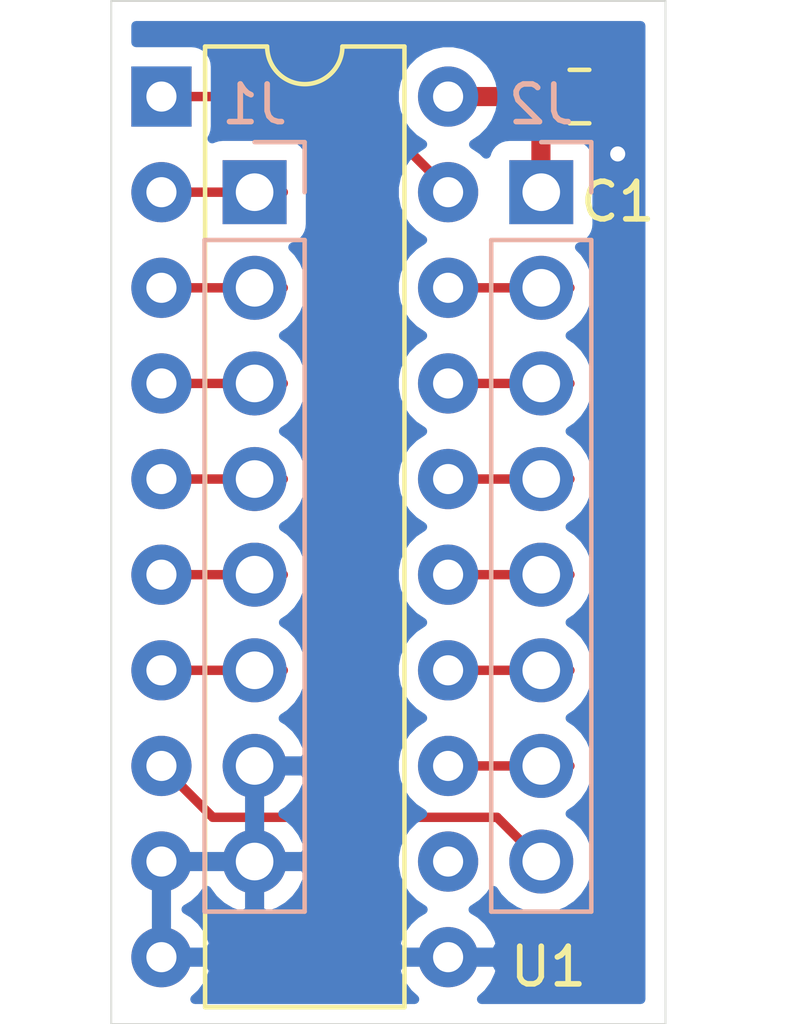
<source format=kicad_pcb>
(kicad_pcb (version 20171130) (host pcbnew "(5.1.5)-3")

  (general
    (thickness 1.6)
    (drawings 5)
    (tracks 25)
    (zones 0)
    (modules 4)
    (nets 18)
  )

  (page A4)
  (layers
    (0 F.Cu signal)
    (31 B.Cu signal)
    (32 B.Adhes user)
    (33 F.Adhes user)
    (34 B.Paste user)
    (35 F.Paste user)
    (36 B.SilkS user)
    (37 F.SilkS user)
    (38 B.Mask user)
    (39 F.Mask user)
    (40 Dwgs.User user)
    (41 Cmts.User user)
    (42 Eco1.User user)
    (43 Eco2.User user)
    (44 Edge.Cuts user)
    (45 Margin user)
    (46 B.CrtYd user)
    (47 F.CrtYd user)
    (48 B.Fab user)
    (49 F.Fab user)
  )

  (setup
    (last_trace_width 0.25)
    (trace_clearance 0.2)
    (zone_clearance 0.508)
    (zone_45_only no)
    (trace_min 0.2)
    (via_size 0.8)
    (via_drill 0.4)
    (via_min_size 0.4)
    (via_min_drill 0.3)
    (uvia_size 0.3)
    (uvia_drill 0.1)
    (uvias_allowed no)
    (uvia_min_size 0.2)
    (uvia_min_drill 0.1)
    (edge_width 0.05)
    (segment_width 0.2)
    (pcb_text_width 0.3)
    (pcb_text_size 1.5 1.5)
    (mod_edge_width 0.12)
    (mod_text_size 1 1)
    (mod_text_width 0.15)
    (pad_size 1.524 1.524)
    (pad_drill 0.762)
    (pad_to_mask_clearance 0.051)
    (solder_mask_min_width 0.25)
    (aux_axis_origin 0 0)
    (visible_elements 7FFFFFFF)
    (pcbplotparams
      (layerselection 0x010f0_ffffffff)
      (usegerberextensions false)
      (usegerberattributes false)
      (usegerberadvancedattributes false)
      (creategerberjobfile false)
      (excludeedgelayer false)
      (linewidth 0.100000)
      (plotframeref false)
      (viasonmask false)
      (mode 1)
      (useauxorigin false)
      (hpglpennumber 1)
      (hpglpenspeed 20)
      (hpglpendiameter 15.000000)
      (psnegative false)
      (psa4output false)
      (plotreference true)
      (plotvalue false)
      (plotinvisibletext false)
      (padsonsilk true)
      (subtractmaskfromsilk false)
      (outputformat 1)
      (mirror false)
      (drillshape 0)
      (scaleselection 1)
      (outputdirectory "gerber/"))
  )

  (net 0 "")
  (net 1 /~CAS)
  (net 2 /PB4)
  (net 3 /PB3)
  (net 4 /PB2)
  (net 5 /A15)
  (net 6 /A14)
  (net 7 /LHALT)
  (net 8 /CASBANK)
  (net 9 /CASMAIN)
  (net 10 /FA14)
  (net 11 /FA15)
  (net 12 /PHI2)
  (net 13 /~PHI2)
  (net 14 GND)
  (net 15 +5V)
  (net 16 /HALT)
  (net 17 /VBE)

  (net_class Default "This is the default net class."
    (clearance 0.2)
    (trace_width 0.25)
    (via_dia 0.8)
    (via_drill 0.4)
    (uvia_dia 0.3)
    (uvia_drill 0.1)
    (add_net +5V)
    (add_net /A14)
    (add_net /A15)
    (add_net /CASBANK)
    (add_net /CASMAIN)
    (add_net /FA14)
    (add_net /FA15)
    (add_net /HALT)
    (add_net /LHALT)
    (add_net /PB2)
    (add_net /PB3)
    (add_net /PB4)
    (add_net /PHI2)
    (add_net /VBE)
    (add_net /~CAS)
    (add_net /~PHI2)
    (add_net GND)
  )

  (net_class VCC ""
    (clearance 0.2)
    (trace_width 0.508)
    (via_dia 0.8)
    (via_drill 0.4)
    (uvia_dia 0.3)
    (uvia_drill 0.1)
  )

  (module Connector_PinHeader_2.54mm:PinHeader_1x08_P2.54mm_Vertical (layer B.Cu) (tedit 59FED5CC) (tstamp 5EE62DBE)
    (at 151.638 46.99 180)
    (descr "Through hole straight pin header, 1x08, 2.54mm pitch, single row")
    (tags "Through hole pin header THT 1x08 2.54mm single row")
    (path /5EED9A52)
    (fp_text reference J2 (at 0 2.33) (layer B.SilkS)
      (effects (font (size 1 1) (thickness 0.15)) (justify mirror))
    )
    (fp_text value Conn_01x08_Male (at 0 -20.11) (layer B.Fab)
      (effects (font (size 1 1) (thickness 0.15)) (justify mirror))
    )
    (fp_text user %R (at 0 -8.89 270) (layer B.Fab)
      (effects (font (size 1 1) (thickness 0.15)) (justify mirror))
    )
    (fp_line (start 1.8 1.8) (end -1.8 1.8) (layer B.CrtYd) (width 0.05))
    (fp_line (start 1.8 -19.55) (end 1.8 1.8) (layer B.CrtYd) (width 0.05))
    (fp_line (start -1.8 -19.55) (end 1.8 -19.55) (layer B.CrtYd) (width 0.05))
    (fp_line (start -1.8 1.8) (end -1.8 -19.55) (layer B.CrtYd) (width 0.05))
    (fp_line (start -1.33 1.33) (end 0 1.33) (layer B.SilkS) (width 0.12))
    (fp_line (start -1.33 0) (end -1.33 1.33) (layer B.SilkS) (width 0.12))
    (fp_line (start -1.33 -1.27) (end 1.33 -1.27) (layer B.SilkS) (width 0.12))
    (fp_line (start 1.33 -1.27) (end 1.33 -19.11) (layer B.SilkS) (width 0.12))
    (fp_line (start -1.33 -1.27) (end -1.33 -19.11) (layer B.SilkS) (width 0.12))
    (fp_line (start -1.33 -19.11) (end 1.33 -19.11) (layer B.SilkS) (width 0.12))
    (fp_line (start -1.27 0.635) (end -0.635 1.27) (layer B.Fab) (width 0.1))
    (fp_line (start -1.27 -19.05) (end -1.27 0.635) (layer B.Fab) (width 0.1))
    (fp_line (start 1.27 -19.05) (end -1.27 -19.05) (layer B.Fab) (width 0.1))
    (fp_line (start 1.27 1.27) (end 1.27 -19.05) (layer B.Fab) (width 0.1))
    (fp_line (start -0.635 1.27) (end 1.27 1.27) (layer B.Fab) (width 0.1))
    (pad 8 thru_hole oval (at 0 -17.78 180) (size 1.7 1.7) (drill 1) (layers *.Cu *.Mask)
      (net 16 /HALT))
    (pad 7 thru_hole oval (at 0 -15.24 180) (size 1.7 1.7) (drill 1) (layers *.Cu *.Mask)
      (net 8 /CASBANK))
    (pad 6 thru_hole oval (at 0 -12.7 180) (size 1.7 1.7) (drill 1) (layers *.Cu *.Mask)
      (net 9 /CASMAIN))
    (pad 5 thru_hole oval (at 0 -10.16 180) (size 1.7 1.7) (drill 1) (layers *.Cu *.Mask)
      (net 10 /FA14))
    (pad 4 thru_hole oval (at 0 -7.62 180) (size 1.7 1.7) (drill 1) (layers *.Cu *.Mask)
      (net 11 /FA15))
    (pad 3 thru_hole oval (at 0 -5.08 180) (size 1.7 1.7) (drill 1) (layers *.Cu *.Mask)
      (net 17 /VBE))
    (pad 2 thru_hole oval (at 0 -2.54 180) (size 1.7 1.7) (drill 1) (layers *.Cu *.Mask)
      (net 12 /PHI2))
    (pad 1 thru_hole rect (at 0 0 180) (size 1.7 1.7) (drill 1) (layers *.Cu *.Mask)
      (net 15 +5V))
    (model ${KISYS3DMOD}/Connector_PinHeader_2.54mm.3dshapes/PinHeader_1x08_P2.54mm_Vertical.wrl
      (at (xyz 0 0 0))
      (scale (xyz 1 1 1))
      (rotate (xyz 0 0 0))
    )
  )

  (module Connector_PinHeader_2.54mm:PinHeader_1x08_P2.54mm_Vertical (layer B.Cu) (tedit 59FED5CC) (tstamp 5EE63E5C)
    (at 144.018 46.99 180)
    (descr "Through hole straight pin header, 1x08, 2.54mm pitch, single row")
    (tags "Through hole pin header THT 1x08 2.54mm single row")
    (path /5EEDB2CC)
    (fp_text reference J1 (at 0 2.33) (layer B.SilkS)
      (effects (font (size 1 1) (thickness 0.15)) (justify mirror))
    )
    (fp_text value Conn_01x08_Male (at 0 -20.11) (layer B.Fab)
      (effects (font (size 1 1) (thickness 0.15)) (justify mirror))
    )
    (fp_text user %R (at 0 -8.89 270) (layer B.Fab)
      (effects (font (size 1 1) (thickness 0.15)) (justify mirror))
    )
    (fp_line (start 1.8 1.8) (end -1.8 1.8) (layer B.CrtYd) (width 0.05))
    (fp_line (start 1.8 -19.55) (end 1.8 1.8) (layer B.CrtYd) (width 0.05))
    (fp_line (start -1.8 -19.55) (end 1.8 -19.55) (layer B.CrtYd) (width 0.05))
    (fp_line (start -1.8 1.8) (end -1.8 -19.55) (layer B.CrtYd) (width 0.05))
    (fp_line (start -1.33 1.33) (end 0 1.33) (layer B.SilkS) (width 0.12))
    (fp_line (start -1.33 0) (end -1.33 1.33) (layer B.SilkS) (width 0.12))
    (fp_line (start -1.33 -1.27) (end 1.33 -1.27) (layer B.SilkS) (width 0.12))
    (fp_line (start 1.33 -1.27) (end 1.33 -19.11) (layer B.SilkS) (width 0.12))
    (fp_line (start -1.33 -1.27) (end -1.33 -19.11) (layer B.SilkS) (width 0.12))
    (fp_line (start -1.33 -19.11) (end 1.33 -19.11) (layer B.SilkS) (width 0.12))
    (fp_line (start -1.27 0.635) (end -0.635 1.27) (layer B.Fab) (width 0.1))
    (fp_line (start -1.27 -19.05) (end -1.27 0.635) (layer B.Fab) (width 0.1))
    (fp_line (start 1.27 -19.05) (end -1.27 -19.05) (layer B.Fab) (width 0.1))
    (fp_line (start 1.27 1.27) (end 1.27 -19.05) (layer B.Fab) (width 0.1))
    (fp_line (start -0.635 1.27) (end 1.27 1.27) (layer B.Fab) (width 0.1))
    (pad 8 thru_hole oval (at 0 -17.78 180) (size 1.7 1.7) (drill 1) (layers *.Cu *.Mask)
      (net 14 GND))
    (pad 7 thru_hole oval (at 0 -15.24 180) (size 1.7 1.7) (drill 1) (layers *.Cu *.Mask)
      (net 14 GND))
    (pad 6 thru_hole oval (at 0 -12.7 180) (size 1.7 1.7) (drill 1) (layers *.Cu *.Mask)
      (net 1 /~CAS))
    (pad 5 thru_hole oval (at 0 -10.16 180) (size 1.7 1.7) (drill 1) (layers *.Cu *.Mask)
      (net 2 /PB4))
    (pad 4 thru_hole oval (at 0 -7.62 180) (size 1.7 1.7) (drill 1) (layers *.Cu *.Mask)
      (net 3 /PB3))
    (pad 3 thru_hole oval (at 0 -5.08 180) (size 1.7 1.7) (drill 1) (layers *.Cu *.Mask)
      (net 4 /PB2))
    (pad 2 thru_hole oval (at 0 -2.54 180) (size 1.7 1.7) (drill 1) (layers *.Cu *.Mask)
      (net 5 /A15))
    (pad 1 thru_hole rect (at 0 0 180) (size 1.7 1.7) (drill 1) (layers *.Cu *.Mask)
      (net 6 /A14))
    (model ${KISYS3DMOD}/Connector_PinHeader_2.54mm.3dshapes/PinHeader_1x08_P2.54mm_Vertical.wrl
      (at (xyz 0 0 0))
      (scale (xyz 1 1 1))
      (rotate (xyz 0 0 0))
    )
  )

  (module Package_DIP:DIP-20_W7.62mm (layer F.Cu) (tedit 5A02E8C5) (tstamp 5F5B3D32)
    (at 141.5415 44.45)
    (descr "20-lead though-hole mounted DIP package, row spacing 7.62 mm (300 mils)")
    (tags "THT DIP DIL PDIP 2.54mm 7.62mm 300mil")
    (path /5EECB8DE)
    (fp_text reference U1 (at 10.287 23.114) (layer F.SilkS)
      (effects (font (size 1 1) (thickness 0.15)))
    )
    (fp_text value GAL16V8 (at 5.2705 6.731 90) (layer F.Fab)
      (effects (font (size 1 1) (thickness 0.15)))
    )
    (fp_text user %R (at 3.81 11.43) (layer F.Fab)
      (effects (font (size 1 1) (thickness 0.15)))
    )
    (fp_line (start 8.7 -1.55) (end -1.1 -1.55) (layer F.CrtYd) (width 0.05))
    (fp_line (start 8.7 24.4) (end 8.7 -1.55) (layer F.CrtYd) (width 0.05))
    (fp_line (start -1.1 24.4) (end 8.7 24.4) (layer F.CrtYd) (width 0.05))
    (fp_line (start -1.1 -1.55) (end -1.1 24.4) (layer F.CrtYd) (width 0.05))
    (fp_line (start 6.46 -1.33) (end 4.81 -1.33) (layer F.SilkS) (width 0.12))
    (fp_line (start 6.46 24.19) (end 6.46 -1.33) (layer F.SilkS) (width 0.12))
    (fp_line (start 1.16 24.19) (end 6.46 24.19) (layer F.SilkS) (width 0.12))
    (fp_line (start 1.16 -1.33) (end 1.16 24.19) (layer F.SilkS) (width 0.12))
    (fp_line (start 2.81 -1.33) (end 1.16 -1.33) (layer F.SilkS) (width 0.12))
    (fp_line (start 0.635 -0.27) (end 1.635 -1.27) (layer F.Fab) (width 0.1))
    (fp_line (start 0.635 24.13) (end 0.635 -0.27) (layer F.Fab) (width 0.1))
    (fp_line (start 6.985 24.13) (end 0.635 24.13) (layer F.Fab) (width 0.1))
    (fp_line (start 6.985 -1.27) (end 6.985 24.13) (layer F.Fab) (width 0.1))
    (fp_line (start 1.635 -1.27) (end 6.985 -1.27) (layer F.Fab) (width 0.1))
    (fp_arc (start 3.81 -1.33) (end 2.81 -1.33) (angle -180) (layer F.SilkS) (width 0.12))
    (pad 20 thru_hole oval (at 7.62 0) (size 1.6 1.6) (drill 0.8) (layers *.Cu *.Mask)
      (net 15 +5V))
    (pad 10 thru_hole oval (at 0 22.86) (size 1.6 1.6) (drill 0.8) (layers *.Cu *.Mask)
      (net 14 GND))
    (pad 19 thru_hole oval (at 7.62 2.54) (size 1.6 1.6) (drill 0.8) (layers *.Cu *.Mask)
      (net 13 /~PHI2))
    (pad 9 thru_hole oval (at 0 20.32) (size 1.6 1.6) (drill 0.8) (layers *.Cu *.Mask)
      (net 14 GND))
    (pad 18 thru_hole oval (at 7.62 5.08) (size 1.6 1.6) (drill 0.8) (layers *.Cu *.Mask)
      (net 12 /PHI2))
    (pad 8 thru_hole oval (at 0 17.78) (size 1.6 1.6) (drill 0.8) (layers *.Cu *.Mask)
      (net 16 /HALT))
    (pad 17 thru_hole oval (at 7.62 7.62) (size 1.6 1.6) (drill 0.8) (layers *.Cu *.Mask)
      (net 17 /VBE))
    (pad 7 thru_hole oval (at 0 15.24) (size 1.6 1.6) (drill 0.8) (layers *.Cu *.Mask)
      (net 1 /~CAS))
    (pad 16 thru_hole oval (at 7.62 10.16) (size 1.6 1.6) (drill 0.8) (layers *.Cu *.Mask)
      (net 11 /FA15))
    (pad 6 thru_hole oval (at 0 12.7) (size 1.6 1.6) (drill 0.8) (layers *.Cu *.Mask)
      (net 2 /PB4))
    (pad 15 thru_hole oval (at 7.62 12.7) (size 1.6 1.6) (drill 0.8) (layers *.Cu *.Mask)
      (net 10 /FA14))
    (pad 5 thru_hole oval (at 0 10.16) (size 1.6 1.6) (drill 0.8) (layers *.Cu *.Mask)
      (net 3 /PB3))
    (pad 14 thru_hole oval (at 7.62 15.24) (size 1.6 1.6) (drill 0.8) (layers *.Cu *.Mask)
      (net 9 /CASMAIN))
    (pad 4 thru_hole oval (at 0 7.62) (size 1.6 1.6) (drill 0.8) (layers *.Cu *.Mask)
      (net 4 /PB2))
    (pad 13 thru_hole oval (at 7.62 17.78) (size 1.6 1.6) (drill 0.8) (layers *.Cu *.Mask)
      (net 8 /CASBANK))
    (pad 3 thru_hole oval (at 0 5.08) (size 1.6 1.6) (drill 0.8) (layers *.Cu *.Mask)
      (net 5 /A15))
    (pad 12 thru_hole oval (at 7.62 20.32) (size 1.6 1.6) (drill 0.8) (layers *.Cu *.Mask)
      (net 7 /LHALT))
    (pad 2 thru_hole oval (at 0 2.54) (size 1.6 1.6) (drill 0.8) (layers *.Cu *.Mask)
      (net 6 /A14))
    (pad 11 thru_hole oval (at 7.62 22.86) (size 1.6 1.6) (drill 0.8) (layers *.Cu *.Mask)
      (net 14 GND))
    (pad 1 thru_hole rect (at 0 0) (size 1.6 1.6) (drill 0.8) (layers *.Cu *.Mask)
      (net 13 /~PHI2))
    (model ${KISYS3DMOD}/Package_DIP.3dshapes/DIP-20_W7.62mm.wrl
      (at (xyz 0 0 0))
      (scale (xyz 1 1 1))
      (rotate (xyz 0 0 0))
    )
  )

  (module Capacitor_SMD:C_0805_2012Metric_Pad1.15x1.40mm_HandSolder (layer F.Cu) (tedit 5B36C52B) (tstamp 5ED78FC2)
    (at 152.654 44.45)
    (descr "Capacitor SMD 0805 (2012 Metric), square (rectangular) end terminal, IPC_7351 nominal with elongated pad for handsoldering. (Body size source: https://docs.google.com/spreadsheets/d/1BsfQQcO9C6DZCsRaXUlFlo91Tg2WpOkGARC1WS5S8t0/edit?usp=sharing), generated with kicad-footprint-generator")
    (tags "capacitor handsolder")
    (path /5EEE4218)
    (attr smd)
    (fp_text reference C1 (at 1.016 2.794) (layer F.SilkS)
      (effects (font (size 1 1) (thickness 0.15)))
    )
    (fp_text value 100nF (at 0 -1.651) (layer F.Fab)
      (effects (font (size 1 1) (thickness 0.15)))
    )
    (fp_text user %R (at 0 0) (layer F.Fab)
      (effects (font (size 0.5 0.5) (thickness 0.08)))
    )
    (fp_line (start 1.85 0.95) (end -1.85 0.95) (layer F.CrtYd) (width 0.05))
    (fp_line (start 1.85 -0.95) (end 1.85 0.95) (layer F.CrtYd) (width 0.05))
    (fp_line (start -1.85 -0.95) (end 1.85 -0.95) (layer F.CrtYd) (width 0.05))
    (fp_line (start -1.85 0.95) (end -1.85 -0.95) (layer F.CrtYd) (width 0.05))
    (fp_line (start -0.261252 0.71) (end 0.261252 0.71) (layer F.SilkS) (width 0.12))
    (fp_line (start -0.261252 -0.71) (end 0.261252 -0.71) (layer F.SilkS) (width 0.12))
    (fp_line (start 1 0.6) (end -1 0.6) (layer F.Fab) (width 0.1))
    (fp_line (start 1 -0.6) (end 1 0.6) (layer F.Fab) (width 0.1))
    (fp_line (start -1 -0.6) (end 1 -0.6) (layer F.Fab) (width 0.1))
    (fp_line (start -1 0.6) (end -1 -0.6) (layer F.Fab) (width 0.1))
    (pad 2 smd roundrect (at 1.025 0) (size 1.15 1.4) (layers F.Cu F.Paste F.Mask) (roundrect_rratio 0.217391)
      (net 14 GND))
    (pad 1 smd roundrect (at -1.025 0) (size 1.15 1.4) (layers F.Cu F.Paste F.Mask) (roundrect_rratio 0.217391)
      (net 15 +5V))
    (model ${KISYS3DMOD}/Capacitor_SMD.3dshapes/C_0805_2012Metric.wrl
      (at (xyz 0 0 0))
      (scale (xyz 1 1 1))
      (rotate (xyz 0 0 0))
    )
  )

  (gr_text "EMMU - Mikulski Lab" (at 153.924 56.896 90) (layer F.Cu)
    (effects (font (size 0.762 0.762) (thickness 0.127)))
  )
  (gr_line (start 140.208 69.088) (end 140.208 41.91) (layer Edge.Cuts) (width 0.05) (tstamp 5ED798A0))
  (gr_line (start 154.94 69.088) (end 140.208 69.088) (layer Edge.Cuts) (width 0.05))
  (gr_line (start 154.94 41.91) (end 154.94 69.088) (layer Edge.Cuts) (width 0.05))
  (gr_line (start 140.208 41.91) (end 154.94 41.91) (layer Edge.Cuts) (width 0.05))

  (segment (start 141.605 59.69) (end 144.78 59.69) (width 0.25) (layer F.Cu) (net 1))
  (segment (start 141.605 57.15) (end 144.78 57.15) (width 0.25) (layer F.Cu) (net 2))
  (segment (start 141.605 54.61) (end 144.78 54.61) (width 0.25) (layer F.Cu) (net 3))
  (segment (start 141.605 52.07) (end 144.78 52.07) (width 0.25) (layer F.Cu) (net 4))
  (segment (start 142.73637 49.53) (end 144.78 49.53) (width 0.25) (layer F.Cu) (net 5))
  (segment (start 141.605 49.53) (end 142.73637 49.53) (width 0.25) (layer F.Cu) (net 5))
  (segment (start 141.605 46.99) (end 144.78 46.99) (width 0.25) (layer F.Cu) (net 6))
  (segment (start 149.225 62.23) (end 152.4 62.23) (width 0.25) (layer F.Cu) (net 8))
  (segment (start 149.225 59.69) (end 152.4 59.69) (width 0.25) (layer F.Cu) (net 9))
  (segment (start 149.225 57.15) (end 152.4 57.15) (width 0.25) (layer F.Cu) (net 10))
  (segment (start 149.225 54.61) (end 152.4 54.61) (width 0.25) (layer F.Cu) (net 11))
  (segment (start 152.4 49.53) (end 149.225 49.53) (width 0.25) (layer F.Cu) (net 12))
  (segment (start 146.685 44.45) (end 149.225 46.99) (width 0.25) (layer F.Cu) (net 13))
  (segment (start 141.605 44.45) (end 146.685 44.45) (width 0.25) (layer F.Cu) (net 13))
  (segment (start 153.679 45.965) (end 153.679 44.45) (width 0.508) (layer F.Cu) (net 14))
  (via (at 153.67 45.974) (size 0.8) (drill 0.4) (layers F.Cu B.Cu) (net 14))
  (segment (start 149.225 44.45) (end 151.629 44.45) (width 0.508) (layer F.Cu) (net 15))
  (segment (start 151.629 46.981) (end 151.638 46.99) (width 0.508) (layer F.Cu) (net 15))
  (segment (start 151.629 44.45) (end 151.629 46.981) (width 0.508) (layer F.Cu) (net 15))
  (segment (start 150.788001 63.920001) (end 151.638 64.77) (width 0.25) (layer F.Cu) (net 16))
  (segment (start 150.462999 63.594999) (end 150.788001 63.920001) (width 0.25) (layer F.Cu) (net 16))
  (segment (start 142.906499 63.594999) (end 150.462999 63.594999) (width 0.25) (layer F.Cu) (net 16))
  (segment (start 141.5415 62.23) (end 142.906499 63.594999) (width 0.25) (layer F.Cu) (net 16))
  (segment (start 151.197919 52.07) (end 149.225 52.07) (width 0.25) (layer F.Cu) (net 17))
  (segment (start 152.4 52.07) (end 151.197919 52.07) (width 0.25) (layer F.Cu) (net 17) (tstamp 5EE608B2))

  (zone (net 14) (net_name GND) (layer B.Cu) (tstamp 5F5B3DBF) (hatch edge 0.508)
    (connect_pads (clearance 0.508))
    (min_thickness 0.254)
    (fill yes (arc_segments 32) (thermal_gap 0.508) (thermal_bridge_width 0.508))
    (polygon
      (pts
        (xy 154.94 69.088) (xy 140.208 69.088) (xy 140.208 41.91) (xy 154.94 41.91)
      )
    )
    (filled_polygon
      (pts
        (xy 154.280001 68.428) (xy 150.054549 68.428) (xy 150.225019 68.273414) (xy 150.392537 68.04742) (xy 150.512746 67.793087)
        (xy 150.553404 67.659039) (xy 150.431415 67.437) (xy 149.2885 67.437) (xy 149.2885 67.457) (xy 149.0345 67.457)
        (xy 149.0345 67.437) (xy 147.891585 67.437) (xy 147.769596 67.659039) (xy 147.810254 67.793087) (xy 147.930463 68.04742)
        (xy 148.097981 68.273414) (xy 148.268451 68.428) (xy 142.434549 68.428) (xy 142.605019 68.273414) (xy 142.772537 68.04742)
        (xy 142.892746 67.793087) (xy 142.933404 67.659039) (xy 142.811415 67.437) (xy 141.6685 67.437) (xy 141.6685 67.457)
        (xy 141.4145 67.457) (xy 141.4145 67.437) (xy 141.3945 67.437) (xy 141.3945 67.183) (xy 141.4145 67.183)
        (xy 141.4145 64.897) (xy 141.6685 64.897) (xy 141.6685 67.183) (xy 142.811415 67.183) (xy 142.933404 66.960961)
        (xy 142.892746 66.826913) (xy 142.772537 66.57258) (xy 142.605019 66.346586) (xy 142.396631 66.157615) (xy 142.200518 66.04)
        (xy 142.396631 65.922385) (xy 142.605019 65.733414) (xy 142.748521 65.539819) (xy 142.920412 65.770269) (xy 143.136645 65.965178)
        (xy 143.386748 66.114157) (xy 143.661109 66.211481) (xy 143.891 66.090814) (xy 143.891 64.897) (xy 144.145 64.897)
        (xy 144.145 66.090814) (xy 144.374891 66.211481) (xy 144.649252 66.114157) (xy 144.899355 65.965178) (xy 145.115588 65.770269)
        (xy 145.289641 65.53692) (xy 145.414825 65.274099) (xy 145.459476 65.12689) (xy 145.338155 64.897) (xy 144.145 64.897)
        (xy 143.891 64.897) (xy 141.6685 64.897) (xy 141.4145 64.897) (xy 141.3945 64.897) (xy 141.3945 64.643)
        (xy 141.4145 64.643) (xy 141.4145 64.623) (xy 141.6685 64.623) (xy 141.6685 64.643) (xy 143.891 64.643)
        (xy 143.891 62.357) (xy 144.145 62.357) (xy 144.145 64.643) (xy 145.338155 64.643) (xy 145.459476 64.41311)
        (xy 145.414825 64.265901) (xy 145.289641 64.00308) (xy 145.115588 63.769731) (xy 144.899355 63.574822) (xy 144.773745 63.5)
        (xy 144.899355 63.425178) (xy 145.115588 63.230269) (xy 145.289641 62.99692) (xy 145.414825 62.734099) (xy 145.459476 62.58689)
        (xy 145.338155 62.357) (xy 144.145 62.357) (xy 143.891 62.357) (xy 143.871 62.357) (xy 143.871 62.103)
        (xy 143.891 62.103) (xy 143.891 62.083) (xy 144.145 62.083) (xy 144.145 62.103) (xy 145.338155 62.103)
        (xy 145.459476 61.87311) (xy 145.414825 61.725901) (xy 145.289641 61.46308) (xy 145.115588 61.229731) (xy 144.899355 61.034822)
        (xy 144.782466 60.965195) (xy 144.964632 60.843475) (xy 145.171475 60.636632) (xy 145.33399 60.393411) (xy 145.445932 60.123158)
        (xy 145.503 59.83626) (xy 145.503 59.54374) (xy 145.445932 59.256842) (xy 145.33399 58.986589) (xy 145.171475 58.743368)
        (xy 144.964632 58.536525) (xy 144.79024 58.42) (xy 144.964632 58.303475) (xy 145.171475 58.096632) (xy 145.33399 57.853411)
        (xy 145.445932 57.583158) (xy 145.503 57.29626) (xy 145.503 57.00374) (xy 145.445932 56.716842) (xy 145.33399 56.446589)
        (xy 145.171475 56.203368) (xy 144.964632 55.996525) (xy 144.79024 55.88) (xy 144.964632 55.763475) (xy 145.171475 55.556632)
        (xy 145.33399 55.313411) (xy 145.445932 55.043158) (xy 145.503 54.75626) (xy 145.503 54.46374) (xy 145.445932 54.176842)
        (xy 145.33399 53.906589) (xy 145.171475 53.663368) (xy 144.964632 53.456525) (xy 144.79024 53.34) (xy 144.964632 53.223475)
        (xy 145.171475 53.016632) (xy 145.33399 52.773411) (xy 145.445932 52.503158) (xy 145.503 52.21626) (xy 145.503 51.92374)
        (xy 145.445932 51.636842) (xy 145.33399 51.366589) (xy 145.171475 51.123368) (xy 144.964632 50.916525) (xy 144.79024 50.8)
        (xy 144.964632 50.683475) (xy 145.171475 50.476632) (xy 145.33399 50.233411) (xy 145.445932 49.963158) (xy 145.503 49.67626)
        (xy 145.503 49.38374) (xy 145.445932 49.096842) (xy 145.33399 48.826589) (xy 145.171475 48.583368) (xy 145.03962 48.451513)
        (xy 145.11218 48.429502) (xy 145.222494 48.370537) (xy 145.319185 48.291185) (xy 145.398537 48.194494) (xy 145.457502 48.08418)
        (xy 145.493812 47.964482) (xy 145.506072 47.84) (xy 145.506072 46.14) (xy 145.493812 46.015518) (xy 145.457502 45.89582)
        (xy 145.398537 45.785506) (xy 145.319185 45.688815) (xy 145.222494 45.609463) (xy 145.11218 45.550498) (xy 144.992482 45.514188)
        (xy 144.868 45.501928) (xy 143.168 45.501928) (xy 143.043518 45.514188) (xy 142.92382 45.550498) (xy 142.891731 45.56765)
        (xy 142.931002 45.49418) (xy 142.967312 45.374482) (xy 142.979572 45.25) (xy 142.979572 44.308665) (xy 147.7265 44.308665)
        (xy 147.7265 44.591335) (xy 147.781647 44.868574) (xy 147.88982 45.129727) (xy 148.046863 45.364759) (xy 148.246741 45.564637)
        (xy 148.479259 45.72) (xy 148.246741 45.875363) (xy 148.046863 46.075241) (xy 147.88982 46.310273) (xy 147.781647 46.571426)
        (xy 147.7265 46.848665) (xy 147.7265 47.131335) (xy 147.781647 47.408574) (xy 147.88982 47.669727) (xy 148.046863 47.904759)
        (xy 148.246741 48.104637) (xy 148.479259 48.26) (xy 148.246741 48.415363) (xy 148.046863 48.615241) (xy 147.88982 48.850273)
        (xy 147.781647 49.111426) (xy 147.7265 49.388665) (xy 147.7265 49.671335) (xy 147.781647 49.948574) (xy 147.88982 50.209727)
        (xy 148.046863 50.444759) (xy 148.246741 50.644637) (xy 148.479259 50.8) (xy 148.246741 50.955363) (xy 148.046863 51.155241)
        (xy 147.88982 51.390273) (xy 147.781647 51.651426) (xy 147.7265 51.928665) (xy 147.7265 52.211335) (xy 147.781647 52.488574)
        (xy 147.88982 52.749727) (xy 148.046863 52.984759) (xy 148.246741 53.184637) (xy 148.479259 53.34) (xy 148.246741 53.495363)
        (xy 148.046863 53.695241) (xy 147.88982 53.930273) (xy 147.781647 54.191426) (xy 147.7265 54.468665) (xy 147.7265 54.751335)
        (xy 147.781647 55.028574) (xy 147.88982 55.289727) (xy 148.046863 55.524759) (xy 148.246741 55.724637) (xy 148.479259 55.88)
        (xy 148.246741 56.035363) (xy 148.046863 56.235241) (xy 147.88982 56.470273) (xy 147.781647 56.731426) (xy 147.7265 57.008665)
        (xy 147.7265 57.291335) (xy 147.781647 57.568574) (xy 147.88982 57.829727) (xy 148.046863 58.064759) (xy 148.246741 58.264637)
        (xy 148.479259 58.42) (xy 148.246741 58.575363) (xy 148.046863 58.775241) (xy 147.88982 59.010273) (xy 147.781647 59.271426)
        (xy 147.7265 59.548665) (xy 147.7265 59.831335) (xy 147.781647 60.108574) (xy 147.88982 60.369727) (xy 148.046863 60.604759)
        (xy 148.246741 60.804637) (xy 148.479259 60.96) (xy 148.246741 61.115363) (xy 148.046863 61.315241) (xy 147.88982 61.550273)
        (xy 147.781647 61.811426) (xy 147.7265 62.088665) (xy 147.7265 62.371335) (xy 147.781647 62.648574) (xy 147.88982 62.909727)
        (xy 148.046863 63.144759) (xy 148.246741 63.344637) (xy 148.479259 63.5) (xy 148.246741 63.655363) (xy 148.046863 63.855241)
        (xy 147.88982 64.090273) (xy 147.781647 64.351426) (xy 147.7265 64.628665) (xy 147.7265 64.911335) (xy 147.781647 65.188574)
        (xy 147.88982 65.449727) (xy 148.046863 65.684759) (xy 148.246741 65.884637) (xy 148.481773 66.04168) (xy 148.492365 66.046067)
        (xy 148.306369 66.157615) (xy 148.097981 66.346586) (xy 147.930463 66.57258) (xy 147.810254 66.826913) (xy 147.769596 66.960961)
        (xy 147.891585 67.183) (xy 149.0345 67.183) (xy 149.0345 67.163) (xy 149.2885 67.163) (xy 149.2885 67.183)
        (xy 150.431415 67.183) (xy 150.553404 66.960961) (xy 150.512746 66.826913) (xy 150.392537 66.57258) (xy 150.225019 66.346586)
        (xy 150.016631 66.157615) (xy 149.830635 66.046067) (xy 149.841227 66.04168) (xy 150.076259 65.884637) (xy 150.276137 65.684759)
        (xy 150.369682 65.544758) (xy 150.484525 65.716632) (xy 150.691368 65.923475) (xy 150.934589 66.08599) (xy 151.204842 66.197932)
        (xy 151.49174 66.255) (xy 151.78426 66.255) (xy 152.071158 66.197932) (xy 152.341411 66.08599) (xy 152.584632 65.923475)
        (xy 152.791475 65.716632) (xy 152.95399 65.473411) (xy 153.065932 65.203158) (xy 153.123 64.91626) (xy 153.123 64.62374)
        (xy 153.065932 64.336842) (xy 152.95399 64.066589) (xy 152.791475 63.823368) (xy 152.584632 63.616525) (xy 152.41024 63.5)
        (xy 152.584632 63.383475) (xy 152.791475 63.176632) (xy 152.95399 62.933411) (xy 153.065932 62.663158) (xy 153.123 62.37626)
        (xy 153.123 62.08374) (xy 153.065932 61.796842) (xy 152.95399 61.526589) (xy 152.791475 61.283368) (xy 152.584632 61.076525)
        (xy 152.41024 60.96) (xy 152.584632 60.843475) (xy 152.791475 60.636632) (xy 152.95399 60.393411) (xy 153.065932 60.123158)
        (xy 153.123 59.83626) (xy 153.123 59.54374) (xy 153.065932 59.256842) (xy 152.95399 58.986589) (xy 152.791475 58.743368)
        (xy 152.584632 58.536525) (xy 152.41024 58.42) (xy 152.584632 58.303475) (xy 152.791475 58.096632) (xy 152.95399 57.853411)
        (xy 153.065932 57.583158) (xy 153.123 57.29626) (xy 153.123 57.00374) (xy 153.065932 56.716842) (xy 152.95399 56.446589)
        (xy 152.791475 56.203368) (xy 152.584632 55.996525) (xy 152.41024 55.88) (xy 152.584632 55.763475) (xy 152.791475 55.556632)
        (xy 152.95399 55.313411) (xy 153.065932 55.043158) (xy 153.123 54.75626) (xy 153.123 54.46374) (xy 153.065932 54.176842)
        (xy 152.95399 53.906589) (xy 152.791475 53.663368) (xy 152.584632 53.456525) (xy 152.41024 53.34) (xy 152.584632 53.223475)
        (xy 152.791475 53.016632) (xy 152.95399 52.773411) (xy 153.065932 52.503158) (xy 153.123 52.21626) (xy 153.123 51.92374)
        (xy 153.065932 51.636842) (xy 152.95399 51.366589) (xy 152.791475 51.123368) (xy 152.584632 50.916525) (xy 152.41024 50.8)
        (xy 152.584632 50.683475) (xy 152.791475 50.476632) (xy 152.95399 50.233411) (xy 153.065932 49.963158) (xy 153.123 49.67626)
        (xy 153.123 49.38374) (xy 153.065932 49.096842) (xy 152.95399 48.826589) (xy 152.791475 48.583368) (xy 152.65962 48.451513)
        (xy 152.73218 48.429502) (xy 152.842494 48.370537) (xy 152.939185 48.291185) (xy 153.018537 48.194494) (xy 153.077502 48.08418)
        (xy 153.113812 47.964482) (xy 153.126072 47.84) (xy 153.126072 46.14) (xy 153.113812 46.015518) (xy 153.077502 45.89582)
        (xy 153.018537 45.785506) (xy 152.939185 45.688815) (xy 152.842494 45.609463) (xy 152.73218 45.550498) (xy 152.612482 45.514188)
        (xy 152.488 45.501928) (xy 150.788 45.501928) (xy 150.663518 45.514188) (xy 150.54382 45.550498) (xy 150.433506 45.609463)
        (xy 150.336815 45.688815) (xy 150.257463 45.785506) (xy 150.198498 45.89582) (xy 150.174809 45.973913) (xy 150.076259 45.875363)
        (xy 149.843741 45.72) (xy 150.076259 45.564637) (xy 150.276137 45.364759) (xy 150.43318 45.129727) (xy 150.541353 44.868574)
        (xy 150.5965 44.591335) (xy 150.5965 44.308665) (xy 150.541353 44.031426) (xy 150.43318 43.770273) (xy 150.276137 43.535241)
        (xy 150.076259 43.335363) (xy 149.841227 43.17832) (xy 149.580074 43.070147) (xy 149.302835 43.015) (xy 149.020165 43.015)
        (xy 148.742926 43.070147) (xy 148.481773 43.17832) (xy 148.246741 43.335363) (xy 148.046863 43.535241) (xy 147.88982 43.770273)
        (xy 147.781647 44.031426) (xy 147.7265 44.308665) (xy 142.979572 44.308665) (xy 142.979572 43.65) (xy 142.967312 43.525518)
        (xy 142.931002 43.40582) (xy 142.872037 43.295506) (xy 142.792685 43.198815) (xy 142.695994 43.119463) (xy 142.58568 43.060498)
        (xy 142.465982 43.024188) (xy 142.3415 43.011928) (xy 140.868 43.011928) (xy 140.868 42.57) (xy 154.28 42.57)
      )
    )
  )
)

</source>
